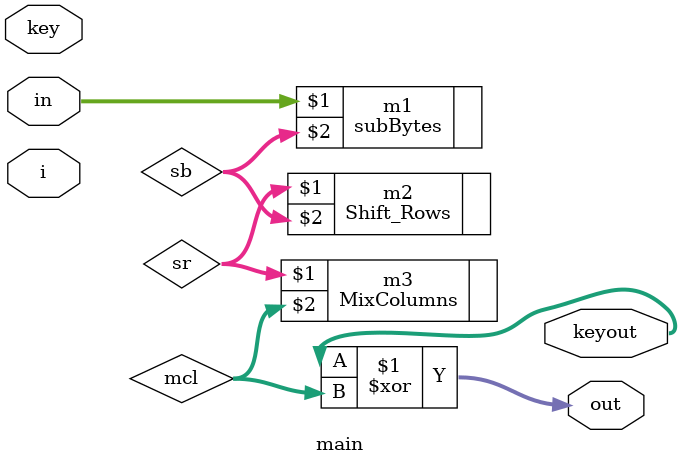
<source format=v>
module main(
input [127:0]in,
input [127:0]key,
output [127:0]out,
output [127:0]keyout,
input [3:0]i
);

wire [127:0] sb,sr,mcl;

//KeyExpansion128 m0(key,i,keyout);
//KeyExpansion192 m4(key,i,keyout);
subBytes m1(in,sb);
Shift_Rows m2(sr,sb);//reversed inputs
MixColumns m3(sr,mcl);
		 
assign out = keyout^mcl;
endmodule

</source>
